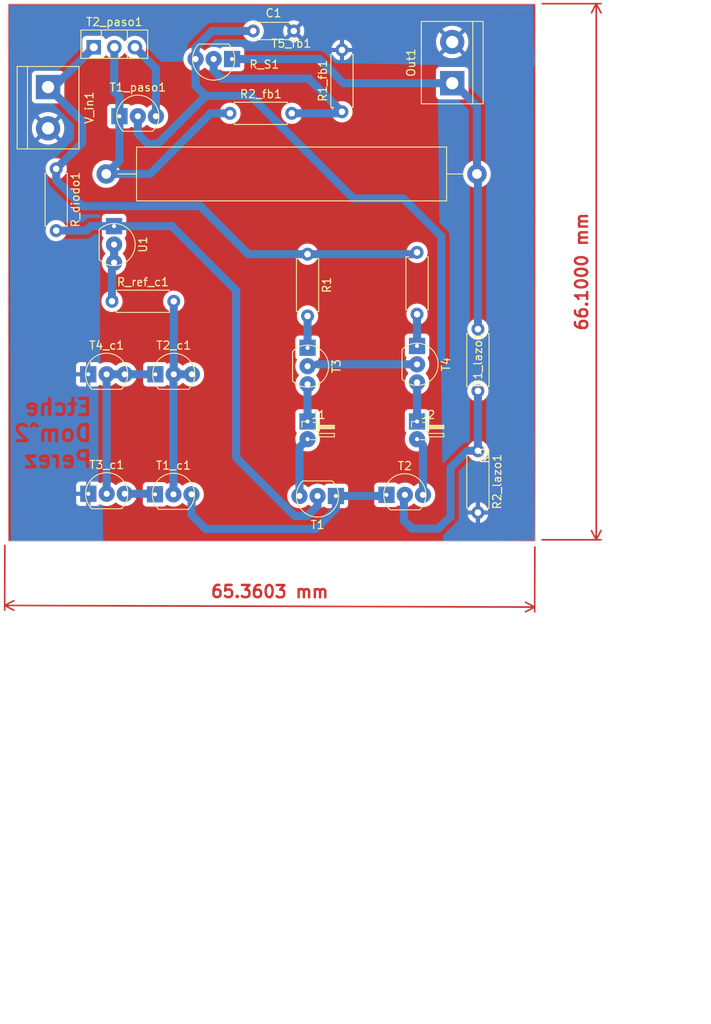
<source format=kicad_pcb>
(kicad_pcb (version 20240108) (generator "pcbnew") (generator_version "8.0")
  (layers (0 "F.Cu" signal) (31 "B.Cu" signal) (34 "B.Paste" user) (35 "F.Paste" user) (36 "B.SilkS" user "B.Silkscreen") (37 "F.SilkS" user "F.Silkscreen") (38 "B.Mask" user) (39 "F.Mask" user) (44 "Edge.Cuts" user))
  (net 0 "")
  (net 1 "GND")
  (net 2 "Net-(J2-Pin_1)")
  (net 3 "Net-(J1-Pin_2)")
  (net 4 "Net-(J1-Pin_1)")
  (net 5 "Net-(J2-Pin_2)")
  (net 6 "Net-(Out1-Pin_1)")
  (net 7 "Net-(T3-E)")
  (net 8 "Net-(T2_paso1-E)")
  (net 9 "Net-(T5_fb1-B)")
  (net 10 "Net-(T2-B)")
  (net 11 "Net-(T4-E)")
  (net 12 "Net-(T1_paso1-E)")
  (net 13 "Net-(R_ref_c1-Pad1)")
  (net 14 "Net-(T1_c1-B)")
  (net 15 "Net-(T1-B)")
  (net 16 "Net-(T1-E)")
  (net 17 "Net-(T1_c1-E)")
  (net 18 "Net-(T1_paso1-C)")
  (net 19 "Net-(T2_c1-E)")
  (footprint "Package_TO_SOT_THT:TO-92_Inline" (layer "F.Cu") (at 163.13 75.6 180)
    (property "Reference" "T5_fb1" (at -8.3 1.92 0) (layer "F.SilkS"))
    (property "Value" "2N3904")
    (fp_line (start -0.53 1.85) (end 3.07 1.85) (stroke (width 0.12)) (layer "F.SilkS"))
    (fp_arc (start 1.27 -2.6) (mid 3.672087 -0.994977) (end 3.108478 1.838478) (stroke (width 0.12)) (layer "F.SilkS"))
    (fp_arc (start -0.568478 1.838478) (mid -1.132087 -0.994977) (end 1.27 -2.6) (stroke (width 0.12)) (layer "F.SilkS"))
    (pad "1" thru_hole rect (at -1 0 180) (size 2 2) (drill 0.5) (layers "*.Cu" "*.Mask") (net 6 "Net-(Out1-Pin_1)"))
    (pad "2" thru_hole oval (at 1.27 0 180) (size 2 2) (drill 0.75) (layers "*.Cu" "*.Mask") (net 9 "Net-(T5_fb1-B)"))
    (pad "3" thru_hole oval (at 3.5 0 180) (size 2 2) (drill 0.75) (layers "*.Cu" "*.Mask") (net 2 "Net-(J2-Pin_1)"))
  )
  (footprint "Package_TO_SOT_THT:TO-92_Inline" (layer "F.Cu") (at 186.94 111.97 -90)
    (property "Reference" "T4" (at 1.27 -3.56 90) (layer "F.SilkS"))
    (property "Value" "2N3906")
    (fp_line (start -0.53 1.85) (end 3.07 1.85) (stroke (width 0.12)) (layer "F.SilkS"))
    (fp_arc (start -0.568478 1.838478) (mid -1.132087 -0.994977) (end 1.27 -2.6) (stroke (width 0.12)) (layer "F.SilkS"))
    (fp_arc (start 1.27 -2.6) (mid 3.672087 -0.994977) (end 3.108478 1.838478) (stroke (width 0.12)) (layer "F.SilkS"))
    (pad "1" thru_hole rect (at -1 0 270) (size 2 2) (drill 0.5) (layers "*.Cu" "*.Mask") (net 11 "Net-(T4-E)"))
    (pad "2" thru_hole oval (at 1.27 0 270) (size 2 2) (drill 0.75) (layers "*.Cu" "*.Mask") (net 4 "Net-(J1-Pin_1)"))
    (pad "3" thru_hole oval (at 3.5 0 270) (size 2 2) (drill 0.75) (layers "*.Cu" "*.Mask") (net 2 "Net-(J2-Pin_1)"))
  )
  (footprint "TerminalBlock:TerminalBlock_bornier-2_P5.08mm" (layer "F.Cu") (at 191.28 78.58 90)
    (property "Reference" "Out1" (at 2.54 -5.08 90) (layer "F.SilkS"))
    (property "Value" "Conn_01x02_Female")
    (fp_line (start 7.62 -3.81) (end -2.54 -3.81) (stroke (width 0.12)) (layer "F.SilkS"))
    (fp_line (start -2.54 -3.81) (end -2.54 3.81) (stroke (width 0.12)) (layer "F.SilkS"))
    (fp_line (start 7.62 2.54) (end -2.54 2.54) (stroke (width 0.12)) (layer "F.SilkS"))
    (fp_line (start 7.62 3.81) (end 7.62 -3.81) (stroke (width 0.12)) (layer "F.SilkS"))
    (fp_line (start -2.54 3.81) (end 7.62 3.81) (stroke (width 0.12)) (layer "F.SilkS"))
    (pad "1" thru_hole rect (at 0 0 90) (size 3 3) (drill 1.52) (layers "*.Cu" "*.Mask") (net 6 "Net-(Out1-Pin_1)"))
    (pad "2" thru_hole circle (at 5.08 0 90) (size 3 3) (drill 1.52) (layers "*.Cu" "*.Mask") (net 1 "GND"))
  )
  (footprint "Resistor_THT:R_Axial_Power_L38.0mm_W6.4mm_P45.72mm" (layer "F.Cu") (at 148.61 89.77)
    (property "Reference" "R_S1" (at 19.5 -13.5 0) (layer "F.SilkS"))
    (property "Value" "2")
    (fp_line (start 1.44 0) (end 3.74 0) (stroke (width 0.12)) (layer "F.SilkS"))
    (fp_line (start 3.74 -3.32) (end 3.74 3.32) (stroke (width 0.12)) (layer "F.SilkS"))
    (fp_line (start 3.74 3.32) (end 41.98 3.32) (stroke (width 0.12)) (layer "F.SilkS"))
    (fp_line (start 41.98 -3.32) (end 3.74 -3.32) (stroke (width 0.12)) (layer "F.SilkS"))
    (fp_line (start 41.98 3.32) (end 41.98 -3.32) (stroke (width 0.12)) (layer "F.SilkS"))
    (fp_line (start 44.28 0) (end 41.98 0) (stroke (width 0.12)) (layer "F.SilkS"))
    (pad "1" thru_hole circle (at 0 0) (size 2.4 2.4) (drill 1.2) (layers "*.Cu" "*.Mask") (net 12 "Net-(T1_paso1-E)"))
    (pad "2" thru_hole oval (at 45.72 0) (size 2.4 2.4) (drill 1.2) (layers "*.Cu" "*.Mask") (net 6 "Net-(Out1-Pin_1)"))
  )
  (footprint "Capacitor_THT:C_Disc_D4.3mm_W1.9mm_P5.00mm" (layer "F.Cu") (at 166.74 72.14)
    (property "Reference" "C1" (at 2.5 -2.2 0) (layer "F.SilkS"))
    (property "Value" "68n")
    (fp_line (start 0.23 -1.07) (end 0.23 -1.055) (stroke (width 0.12)) (layer "F.SilkS"))
    (fp_line (start 0.23 -1.07) (end 4.77 -1.07) (stroke (width 0.12)) (layer "F.SilkS"))
    (fp_line (start 0.23 1.055) (end 0.23 1.07) (stroke (width 0.12)) (layer "F.SilkS"))
    (fp_line (start 0.23 1.07) (end 4.77 1.07) (stroke (width 0.12)) (layer "F.SilkS"))
    (fp_line (start 4.77 -1.07) (end 4.77 -1.055) (stroke (width 0.12)) (layer "F.SilkS"))
    (fp_line (start 4.77 1.055) (end 4.77 1.07) (stroke (width 0.12)) (layer "F.SilkS"))
    (pad "1" thru_hole circle (at 0 0) (size 1.6 1.6) (drill 0.8) (layers "*.Cu" "*.Mask") (net 2 "Net-(J2-Pin_1)"))
    (pad "2" thru_hole circle (at 5 0) (size 1.6 1.6) (drill 0.8) (layers "*.Cu" "*.Mask") (net 1 "GND"))
  )
  (footprint "Package_TO_SOT_THT:TO-92_Inline" (layer "F.Cu") (at 155.63 129.27)
    (property "Reference" "T1_c1" (at 1.27 -3.56 0) (layer "F.SilkS"))
    (property "Value" "2N3904")
    (fp_line (start -0.53 1.85) (end 3.07 1.85) (stroke (width 0.12)) (layer "F.SilkS"))
    (fp_arc (start -0.568478 1.838478) (mid -1.132087 -0.994977) (end 1.27 -2.6) (stroke (width 0.12)) (layer "F.SilkS"))
    (fp_arc (start 1.27 -2.6) (mid 3.672087 -0.994977) (end 3.108478 1.838478) (stroke (width 0.12)) (layer "F.SilkS"))
    (pad "1" thru_hole rect (at -1 0) (size 2 2) (drill 0.5) (layers "*.Cu" "*.Mask") (net 17 "Net-(T1_c1-E)"))
    (pad "2" thru_hole oval (at 1.27 0) (size 2 2) (drill 0.75) (layers "*.Cu" "*.Mask") (net 14 "Net-(T1_c1-B)"))
    (pad "3" thru_hole oval (at 3.5 0) (size 2 2) (drill 0.75) (layers "*.Cu" "*.Mask") (net 16 "Net-(T1-E)"))
  )
  (footprint "Resistor_THT:R_Axial_DIN0207_L6.3mm_D2.5mm_P7.62mm_Horizontal" (layer "F.Cu") (at 177.68 82.1 90)
    (property "Reference" "R1_fb1" (at 3.81 -2.37 90) (layer "F.SilkS"))
    (property "Value" "2.32K")
    (fp_line (start 7.08 -1.37) (end 7.08 -1.04) (stroke (width 0.12)) (layer "F.SilkS"))
    (fp_line (start 0.54 -1.37) (end 7.08 -1.37) (stroke (width 0.12)) (layer "F.SilkS"))
    (fp_line (start 0.54 -1.04) (end 0.54 -1.37) (stroke (width 0.12)) (layer "F.SilkS"))
    (fp_line (start 0.54 1.04) (end 0.54 1.37) (stroke (width 0.12)) (layer "F.SilkS"))
    (fp_line (start 7.08 1.37) (end 7.08 1.04) (stroke (width 0.12)) (layer "F.SilkS"))
    (fp_line (start 0.54 1.37) (end 7.08 1.37) (stroke (width 0.12)) (layer "F.SilkS"))
    (pad "1" thru_hole circle (at 0 0 90) (size 1.6 1.6) (drill 0.8) (layers "*.Cu" "*.Mask") (net 9 "Net-(T5_fb1-B)"))
    (pad "2" thru_hole oval (at 7.62 0 90) (size 1.6 1.6) (drill 0.8) (layers "*.Cu" "*.Mask") (net 1 "GND"))
  )
  (footprint "Package_TO_SOT_THT:TO-126-3_Vertical" (layer "F.Cu") (at 147.07 74.145)
    (property "Reference" "T2_paso1" (at 2.54 -3.12 0) (layer "F.SilkS"))
    (property "Value" "TIP32C")
    (fp_line (start -1.58 -2.12) (end -1.58 1.37) (stroke (width 0.12)) (layer "F.SilkS"))
    (fp_line (start -1.58 -2.12) (end 6.66 -2.12) (stroke (width 0.12)) (layer "F.SilkS"))
    (fp_line (start -1.58 1.37) (end 6.66 1.37) (stroke (width 0.12)) (layer "F.SilkS"))
    (fp_line (start 0.94 -2.12) (end 0.94 -1.05) (stroke (width 0.12)) (layer "F.SilkS"))
    (fp_line (start 0.94 1.05) (end 0.94 1.37) (stroke (width 0.12)) (layer "F.SilkS"))
    (fp_line (start 4.141 -2.12) (end 4.141 -0.54) (stroke (width 0.12)) (layer "F.SilkS"))
    (fp_line (start 4.141 0.54) (end 4.141 1.37) (stroke (width 0.12)) (layer "F.SilkS"))
    (fp_line (start 6.66 -2.12) (end 6.66 1.37) (stroke (width 0.12)) (layer "F.SilkS"))
    (pad "1" thru_hole rect (at 0 0) (size 1.8 1.8) (drill 1) (layers "*.Cu" "*.Mask") (net 8 "Net-(T2_paso1-E)"))
    (pad "2" thru_hole oval (at 2.54 0) (size 1.8 1.8) (drill 1) (layers "*.Cu" "*.Mask") (net 12 "Net-(T1_paso1-E)"))
    (pad "3" thru_hole oval (at 5.08 0) (size 1.8 1.8) (drill 1) (layers "*.Cu" "*.Mask") (net 18 "Net-(T1_paso1-C)"))
  )
  (footprint "Resistor_THT:R_Axial_DIN0207_L6.3mm_D2.5mm_P7.62mm_Horizontal" (layer "F.Cu") (at 194.45 108.9 -90)
    (property "Reference" "R1_lazo1" (at 3.81 0 90) (layer "F.SilkS"))
    (property "Value" "100K")
    (fp_line (start 0.54 1.37) (end 7.08 1.37) (stroke (width 0.12)) (layer "F.SilkS"))
    (fp_line (start 7.08 1.37) (end 7.08 1.04) (stroke (width 0.12)) (layer "F.SilkS"))
    (fp_line (start 0.54 1.04) (end 0.54 1.37) (stroke (width 0.12)) (layer "F.SilkS"))
    (fp_line (start 0.54 -1.04) (end 0.54 -1.37) (stroke (width 0.12)) (layer "F.SilkS"))
    (fp_line (start 0.54 -1.37) (end 7.08 -1.37) (stroke (width 0.12)) (layer "F.SilkS"))
    (fp_line (start 7.08 -1.37) (end 7.08 -1.04) (stroke (width 0.12)) (layer "F.SilkS"))
    (pad "1" thru_hole circle (at 0 0 270) (size 1.6 1.6) (drill 0.8) (layers "*.Cu" "*.Mask") (net 6 "Net-(Out1-Pin_1)"))
    (pad "2" thru_hole oval (at 7.62 0 270) (size 1.6 1.6) (drill 0.8) (layers "*.Cu" "*.Mask") (net 10 "Net-(T2-B)"))
  )
  (footprint "Package_TO_SOT_THT:TO-92_Inline" (layer "F.Cu") (at 173.44 112.2 -90)
    (property "Reference" "T3" (at 1.27 -3.56 90) (layer "F.SilkS"))
    (property "Value" "2N3906")
    (fp_line (start -0.53 1.85) (end 3.07 1.85) (stroke (width 0.12)) (layer "F.SilkS"))
    (fp_arc (start -0.568478 1.838478) (mid -1.132087 -0.994977) (end 1.27 -2.6) (stroke (width 0.12)) (layer "F.SilkS"))
    (fp_arc (start 1.27 -2.6) (mid 3.672087 -0.994977) (end 3.108478 1.838478) (stroke (width 0.12)) (layer "F.SilkS"))
    (pad "1" thru_hole rect (at -1 0 270) (size 2 2) (drill 0.5) (layers "*.Cu" "*.Mask") (net 7 "Net-(T3-E)"))
    (pad "2" thru_hole oval (at 1.27 0 270) (size 2 2) (drill 0.75) (layers "*.Cu" "*.Mask") (net 4 "Net-(J1-Pin_1)"))
    (pad "3" thru_hole oval (at 3.5 0 270) (size 2 2) (drill 0.75) (layers "*.Cu" "*.Mask") (net 4 "Net-(J1-Pin_1)"))
  )
  (footprint "Resistor_THT:R_Axial_DIN0207_L6.3mm_D2.5mm_P7.62mm_Horizontal" (layer "F.Cu") (at 173.44 99.66 -90)
    (property "Reference" "R1" (at 3.81 -2.37 90) (layer "F.SilkS"))
    (property "Value" "2.2K")
    (fp_line (start 0.54 1.37) (end 7.08 1.37) (stroke (width 0.12)) (layer "F.SilkS"))
    (fp_line (start 7.08 1.37) (end 7.08 1.04) (stroke (width 0.12)) (layer "F.SilkS"))
    (fp_line (start 0.54 1.04) (end 0.54 1.37) (stroke (width 0.12)) (layer "F.SilkS"))
    (fp_line (start 0.54 -1.04) (end 0.54 -1.37) (stroke (width 0.12)) (layer "F.SilkS"))
    (fp_line (start 0.54 -1.37) (end 7.08 -1.37) (stroke (width 0.12)) (layer "F.SilkS"))
    (fp_line (start 7.08 -1.37) (end 7.08 -1.04) (stroke (width 0.12)) (layer "F.SilkS"))
    (pad "1" thru_hole circle (at 0 0 270) (size 1.6 1.6) (drill 0.8) (layers "*.Cu" "*.Mask") (net 8 "Net-(T2_paso1-E)"))
    (pad "2" thru_hole oval (at 7.62 0 270) (size 1.6 1.6) (drill 0.8) (layers "*.Cu" "*.Mask") (net 7 "Net-(T3-E)"))
  )
  (footprint "Connector_PinHeader_1.00mm:PinHeader_1x02_P1.00mm_Horizontal" (layer "F.Cu") (at 173.44 120.97)
    (property "Reference" "J1" (at 1.375 -1.5 0) (layer "F.SilkS"))
    (property "Value" "Conn_01x02_Male")
    (fp_line (start -0.685 -0.685) (end 0 -0.685) (stroke (width 0.12)) (layer "F.SilkS"))
    (fp_line (start -0.685 0) (end -0.685 -0.685) (stroke (width 0.12)) (layer "F.SilkS"))
    (fp_line (start 0.685 -0.56) (end 1.31 -0.56) (stroke (width 0.12)) (layer "F.SilkS"))
    (fp_line (start 0.685 0.5) (end 1.31 0.5) (stroke (width 0.12)) (layer "F.SilkS"))
    (fp_line (start 1.31 -0.56) (end 1.31 1.56) (stroke (width 0.12)) (layer "F.SilkS"))
    (fp_line (start 1.31 -0.21) (end 3.31 -0.21) (stroke (width 0.12)) (layer "F.SilkS"))
    (fp_line (start 1.31 -0.15) (end 3.31 -0.15) (stroke (width 0.12)) (layer "F.SilkS"))
    (fp_line (start 1.31 -0.03) (end 3.31 -0.03) (stroke (width 0.12)) (layer "F.SilkS"))
    (fp_line (start 1.31 0.09) (end 3.31 0.09) (stroke (width 0.12)) (layer "F.SilkS"))
    (fp_line (start 1.31 0.79) (end 3.31 0.79) (stroke (width 0.12)) (layer "F.SilkS"))
    (fp_line (start 1.31 1.56) (end 0.394493 1.56) (stroke (width 0.12)) (layer "F.SilkS"))
    (fp_line (start 3.31 -0.21) (end 3.31 0.21) (stroke (width 0.12)) (layer "F.SilkS"))
    (fp_line (start 3.31 0.21) (end 1.31 0.21) (stroke (width 0.12)) (layer "F.SilkS"))
    (fp_line (start 3.31 0.79) (end 3.31 1.21) (stroke (width 0.12)) (layer "F.SilkS"))
    (fp_line (start 3.31 1.21) (end 1.31 1.21) (stroke (width 0.12)) (layer "F.SilkS"))
    (pad "1" thru_hole rect (at 0 -0.685) (size 2 2) (drill 0.5) (layers "*.Cu" "*.Mask") (net 4 "Net-(J1-Pin_1)"))
    (pad "2" thru_hole oval (at 0 1.5) (size 2 2) (drill 0.5) (layers "*.Cu" "*.Mask") (net 3 "Net-(J1-Pin_2)"))
  )
  (footprint "Connector_PinHeader_1.00mm:PinHeader_1x02_P1.00mm_Horizontal" (layer "F.Cu") (at 186.94 120.97)
    (property "Reference" "J2" (at 1.375 -1.5 0) (layer "F.SilkS"))
    (property "Value" "Conn_01x02_Male")
    (fp_line (start -0.685 -0.685) (end 0 -0.685) (stroke (width 0.12)) (layer "F.SilkS"))
    (fp_line (start -0.685 0) (end -0.685 -0.685) (stroke (width 0.12)) (layer "F.SilkS"))
    (fp_line (start 0.685 -0.56) (end 1.31 -0.56) (stroke (width 0.12)) (layer "F.SilkS"))
    (fp_line (start 0.685 0.5) (end 1.31 0.5) (stroke (width 0.12)) (layer "F.SilkS"))
    (fp_line (start 1.31 -0.56) (end 1.31 1.56) (stroke (width 0.12)) (layer "F.SilkS"))
    (fp_line (start 1.31 -0.21) (end 3.31 -0.21) (stroke (width 0.12)) (layer "F.SilkS"))
    (fp_line (start 1.31 -0.15) (end 3.31 -0.15) (stroke (width 0.12)) (layer "F.SilkS"))
    (fp_line (start 1.31 -0.03) (end 3.31 -0.03) (stroke (width 0.12)) (layer "F.SilkS"))
    (fp_line (start 1.31 0.09) (end 3.31 0.09) (stroke (width 0.12)) (layer "F.SilkS"))
    (fp_line (start 1.31 0.79) (end 3.31 0.79) (stroke (width 0.12)) (layer "F.SilkS"))
    (fp_line (start 1.31 1.56) (end 0.394493 1.56) (stroke (width 0.12)) (layer "F.SilkS"))
    (fp_line (start 3.31 -0.21) (end 3.31 0.21) (stroke (width 0.12)) (layer "F.SilkS"))
    (fp_line (start 3.31 0.21) (end 1.31 0.21) (stroke (width 0.12)) (layer "F.SilkS"))
    (fp_line (start 3.31 0.79) (end 3.31 1.21) (stroke (width 0.12)) (layer "F.SilkS"))
    (fp_line (start 3.31 1.21) (end 1.31 1.21) (stroke (width 0.12)) (layer "F.SilkS"))
    (pad "1" thru_hole rect (at 0 -0.685) (size 2 2) (drill 0.5) (layers "*.Cu" "*.Mask") (net 2 "Net-(J2-Pin_1)"))
    (pad "2" thru_hole oval (at 0 1.5) (size 2 2) (drill 0.5) (layers "*.Cu" "*.Mask") (net 5 "Net-(J2-Pin_2)"))
  )
  (footprint "Resistor_THT:R_Axial_DIN0207_L6.3mm_D2.5mm_P7.62mm_Horizontal" (layer "F.Cu") (at 186.94 99.44 -90)
    (property "Reference" "R2" (at 25.05 -8.38 90) (layer "F.SilkS"))
    (property "Value" "2.2K")
    (fp_line (start 0.54 1.37) (end 7.08 1.37) (stroke (width 0.12)) (layer "F.SilkS"))
    (fp_line (start 7.08 1.37) (end 7.08 1.04) (stroke (width 0.12)) (layer "F.SilkS"))
    (fp_line (start 0.54 1.04) (end 0.54 1.37) (stroke (width 0.12)) (layer "F.SilkS"))
    (fp_line (start 0.54 -1.04) (end 0.54 -1.37) (stroke (width 0.12)) (layer "F.SilkS"))
    (fp_line (start 0.54 -1.37) (end 7.08 -1.37) (stroke (width 0.12)) (layer "F.SilkS"))
    (fp_line (start 7.08 -1.37) (end 7.08 -1.04) (stroke (width 0.12)) (layer "F.SilkS"))
    (pad "1" thru_hole circle (at 0 0 270) (size 1.6 1.6) (drill 0.8) (layers "*.Cu" "*.Mask") (net 8 "Net-(T2_paso1-E)"))
    (pad "2" thru_hole oval (at 7.62 0 270) (size 1.6 1.6) (drill 0.8) (layers "*.Cu" "*.Mask") (net 11 "Net-(T4-E)"))
  )
  (footprint "Package_TO_SOT_THT:TO-92_Inline" (layer "F.Cu") (at 184.17 129.33)
    (property "Reference" "T2" (at 1.27 -3.56 0) (layer "F.SilkS"))
    (property "Value" "2N3904")
    (fp_line (start -0.53 1.85) (end 3.07 1.85) (stroke (width 0.12)) (layer "F.SilkS"))
    (fp_arc (start -0.568478 1.838478) (mid -1.132087 -0.994977) (end 1.27 -2.6) (stroke (width 0.12)) (layer "F.SilkS"))
    (fp_arc (start 1.27 -2.6) (mid 3.672087 -0.994977) (end 3.108478 1.838478) (stroke (width 0.12)) (layer "F.SilkS"))
    (pad "1" thru_hole rect (at -1 0) (size 2 2) (drill 0.5) (layers "*.Cu" "*.Mask") (net 16 "Net-(T1-E)"))
    (pad "2" thru_hole oval (at 1.27 0) (size 2 2) (drill 0.75) (layers "*.Cu" "*.Mask") (net 10 "Net-(T2-B)"))
    (pad "3" thru_hole oval (at 3.5 0) (size 2 2) (drill 0.75) (layers "*.Cu" "*.Mask") (net 5 "Net-(J2-Pin_2)"))
  )
  (footprint "Package_TO_SOT_THT:TO-92_Inline" (layer "F.Cu") (at 147.4 129.2)
    (property "Reference" "T3_c1" (at 1.27 -3.56 0) (layer "F.SilkS"))
    (property "Value" "2N3904")
    (fp_line (start -0.53 1.85) (end 3.07 1.85) (stroke (width 0.12)) (layer "F.SilkS"))
    (fp_arc (start -0.568478 1.838478) (mid -1.132087 -0.994977) (end 1.27 -2.6) (stroke (width 0.12)) (layer "F.SilkS"))
    (fp_arc (start 1.27 -2.6) (mid 3.672087 -0.994977) (end 3.108478 1.838478) (stroke (width 0.12)) (layer "F.SilkS"))
    (pad "1" thru_hole rect (at -1 0) (size 2 2) (drill 0.5) (layers "*.Cu" "*.Mask") (net 1 "GND"))
    (pad "2" thru_hole oval (at 1.27 0) (size 2 2) (drill 0.75) (layers "*.Cu" "*.Mask") (net 19 "Net-(T2_c1-E)"))
    (pad "3" thru_hole oval (at 3.5 0) (size 2 2) (drill 0.75) (layers "*.Cu" "*.Mask") (net 17 "Net-(T1_c1-E)"))
  )
  (footprint "Resistor_THT:R_Axial_DIN0207_L6.3mm_D2.5mm_P7.62mm_Horizontal" (layer "F.Cu") (at 149.32 105.47)
    (property "Reference" "R_ref_c1" (at 3.81 -2.37 0) (layer "F.SilkS"))
    (property "Value" "3K")
    (fp_line (start 0.54 -1.37) (end 7.08 -1.37) (stroke (width 0.12)) (layer "F.SilkS"))
    (fp_line (start 0.54 -1.04) (end 0.54 -1.37) (stroke (width 0.12)) (layer "F.SilkS"))
    (fp_line (start 0.54 1.04) (end 0.54 1.37) (stroke (width 0.12)) (layer "F.SilkS"))
    (fp_line (start 0.54 1.37) (end 7.08 1.37) (stroke (width 0.12)) (layer "F.SilkS"))
    (fp_line (start 7.08 -1.37) (end 7.08 -1.04) (stroke (width 0.12)) (layer "F.SilkS"))
    (fp_line (start 7.08 1.37) (end 7.08 1.04) (stroke (width 0.12)) (layer "F.SilkS"))
    (pad "1" thru_hole circle (at 0 0) (size 1.6 1.6) (drill 0.8) (layers "*.Cu" "*.Mask") (net 13 "Net-(R_ref_c1-Pad1)"))
    (pad "2" thru_hole oval (at 7.62 0) (size 1.6 1.6) (drill 0.8) (layers "*.Cu" "*.Mask") (net 14 "Net-(T1_c1-B)"))
  )
  (footprint "Resistor_THT:R_Axial_DIN0207_L6.3mm_D2.5mm_P7.62mm_Horizontal" (layer "F.Cu") (at 142.44 89.13 -90)
    (property "Reference" "R_diodo1" (at 3.81 -2.37 90) (layer "F.SilkS"))
    (property "Value" "2.3K")
    (fp_line (start 0.54 1.37) (end 7.08 1.37) (stroke (width 0.12)) (layer "F.SilkS"))
    (fp_line (start 7.08 1.37) (end 7.08 1.04) (stroke (width 0.12)) (layer "F.SilkS"))
    (fp_line (start 0.54 1.04) (end 0.54 1.37) (stroke (width 0.12)) (layer "F.SilkS"))
    (fp_line (start 0.54 -1.04) (end 0.54 -1.37) (stroke (width 0.12)) (layer "F.SilkS"))
    (fp_line (start 0.54 -1.37) (end 7.08 -1.37) (stroke (width 0.12)) (layer "F.SilkS"))
    (fp_line (start 7.08 -1.37) (end 7.08 -1.04) (stroke (width 0.12)) (layer "F.SilkS"))
    (pad "1" thru_hole circle (at 0 0 270) (size 1.6 1.6) (drill 0.8) (layers "*.Cu" "*.Mask") (net 8 "Net-(T2_paso1-E)"))
    (pad "2" thru_hole oval (at 7.62 0 270) (size 1.6 1.6) (drill 0.8) (layers "*.Cu" "*.Mask") (net 15 "Net-(T1-B)"))
  )
  (footprint "Package_TO_SOT_THT:TO-92_Inline" (layer "F.Cu") (at 175.94 129.47 180)
    (property "Reference" "T1" (at 1.27 -3.56 0) (layer "F.SilkS"))
    (property "Value" "2N3904")
    (fp_line (start -0.53 1.85) (end 3.07 1.85) (stroke (width 0.12)) (layer "F.SilkS"))
    (fp_arc (start 1.27 -2.6) (mid 3.672087 -0.994977) (end 3.108478 1.838478) (stroke (width 0.12)) (layer "F.SilkS"))
    (fp_arc (start -0.568478 1.838478) (mid -1.132087 -0.994977) (end 1.27 -2.6) (stroke (width 0.12)) (layer "F.SilkS"))
    (pad "1" thru_hole rect (at -1 0 180) (size 2 2) (drill 0.5) (layers "*.Cu" "*.Mask") (net 16 "Net-(T1-E)"))
    (pad "2" thru_hole oval (at 1.27 0 180) (size 2 2) (drill 0.75) (layers "*.Cu" "*.Mask") (net 15 "Net-(T1-B)"))
    (pad "3" thru_hole oval (at 3.5 0 180) (size 2 2) (drill 0.75) (layers "*.Cu" "*.Mask") (net 3 "Net-(J1-Pin_2)"))
  )
  (footprint "Package_TO_SOT_THT:TO-92_Inline" (layer "F.Cu") (at 147.39 114.47)
    (property "Reference" "T4_c1" (at 1.27 -3.56 0) (layer "F.SilkS"))
    (property "Value" "2N3904")
    (fp_line (start -0.53 1.85) (end 3.07 1.85) (stroke (width 0.12)) (layer "F.SilkS"))
    (fp_arc (start -0.568478 1.838478) (mid -1.132087 -0.994977) (end 1.27 -2.6) (stroke (width 0.12)) (layer "F.SilkS"))
    (fp_arc (start 1.27 -2.6) (mid 3.672087 -0.994977) (end 3.108478 1.838478) (stroke (width 0.12)) (layer "F.SilkS"))
    (pad "1" thru_hole rect (at -1 0) (size 2 2) (drill 0.5) (layers "*.Cu" "*.Mask") (net 1 "GND"))
    (pad "2" thru_hole oval (at 1.27 0) (size 2 2) (drill 0.75) (layers "*.Cu" "*.Mask") (net 19 "Net-(T2_c1-E)"))
    (pad "3" thru_hole oval (at 3.5 0) (size 2 2) (drill 0.75) (layers "*.Cu" "*.Mask") (net 19 "Net-(T2_c1-E)"))
  )
  (footprint "Resistor_THT:R_Axial_DIN0207_L6.3mm_D2.5mm_P7.62mm_Horizontal" (layer "F.Cu") (at 194.45 123.9 -90)
    (property "Reference" "R2_lazo1" (at 3.81 -2.37 90) (layer "F.SilkS"))
    (property "Value" "100K")
    (fp_line (start 0.54 1.37) (end 7.08 1.37) (stroke (width 0.12)) (layer "F.SilkS"))
    (fp_line (start 7.08 1.37) (end 7.08 1.04) (stroke (width 0.12)) (layer "F.SilkS"))
    (fp_line (start 0.54 1.04) (end 0.54 1.37) (stroke (width 0.12)) (layer "F.SilkS"))
    (fp_line (start 0.54 -1.04) (end 0.54 -1.37) (stroke (width 0.12)) (layer "F.SilkS"))
    (fp_line (start 0.54 -1.37) (end 7.08 -1.37) (stroke (width 0.12)) (layer "F.SilkS"))
    (fp_line (start 7.08 -1.37) (end 7.08 -1.04) (stroke (width 0.12)) (layer "F.SilkS"))
    (pad "1" thru_hole circle (at 0 0 270) (size 1.6 1.6) (drill 0.8) (layers "*.Cu" "*.Mask") (net 10 "Net-(T2-B)"))
    (pad "2" thru_hole oval (at 7.62 0 270) (size 1.6 1.6) (drill 0.8) (layers "*.Cu" "*.Mask") (net 1 "GND"))
  )
  (footprint "TerminalBlock:TerminalBlock_bornier-2_P5.08mm" (layer "F.Cu") (at 141.44 79.06 -90)
    (property "Reference" "V_in1" (at 2.54 -5.08 90) (layer "F.SilkS"))
    (property "Value" "9.5")
    (fp_line (start -2.54 3.81) (end 7.62 3.81) (stroke (width 0.12)) (layer "F.SilkS"))
    (fp_line (start 7.62 3.81) (end 7.62 -3.81) (stroke (width 0.12)) (layer "F.SilkS"))
    (fp_line (start 7.62 2.54) (end -2.54 2.54) (stroke (width 0.12)) (layer "F.SilkS"))
    (fp_line (start -2.54 -3.81) (end -2.54 3.81) (stroke (width 0.12)) (layer "F.SilkS"))
    (fp_line (start 7.62 -3.81) (end -2.54 -3.81) (stroke (width 0.12)) (layer "F.SilkS"))
    (pad "1" thru_hole rect (at 0 0 270) (size 3 3) (drill 1.52) (layers "*.Cu" "*.Mask") (net 8 "Net-(T2_paso1-E)"))
    (pad "2" thru_hole circle (at 5.08 0 270) (size 3 3) (drill 1.52) (layers "*.Cu" "*.Mask") (net 1 "GND"))
  )
  (footprint "Package_TO_SOT_THT:TO-92_Inline" (layer "F.Cu") (at 151.24 82.65)
    (property "Reference" "T1_paso1" (at 1.27 -3.56 0) (layer "F.SilkS"))
    (property "Value" "2N3904")
    (fp_line (start -0.53 1.85) (end 3.07 1.85) (stroke (width 0.12)) (layer "F.SilkS"))
    (fp_arc (start -0.568478 1.838478) (mid -1.132087 -0.994977) (end 1.27 -2.6) (stroke (width 0.12)) (layer "F.SilkS"))
    (fp_arc (start 1.27 -2.6) (mid 3.672087 -0.994977) (end 3.108478 1.838478) (stroke (width 0.12)) (layer "F.SilkS"))
    (pad "1" thru_hole rect (at -1 0) (size 2 2) (drill 0.5) (layers "*.Cu" "*.Mask") (net 12 "Net-(T1_paso1-E)"))
    (pad "2" thru_hole oval (at 1.27 0) (size 2 2) (drill 0.75) (layers "*.Cu" "*.Mask") (net 2 "Net-(J2-Pin_1)"))
    (pad "3" thru_hole oval (at 3.5 0) (size 2 2) (drill 0.75) (layers "*.Cu" "*.Mask") (net 18 "Net-(T1_paso1-C)"))
  )
  (footprint "Resistor_THT:R_Axial_DIN0207_L6.3mm_D2.5mm_P7.62mm_Horizontal" (layer "F.Cu") (at 163.87 82.29)
    (property "Reference" "R2_fb1" (at 3.81 -2.37 0) (layer "F.SilkS"))
    (property "Value" "1K")
    (fp_line (start 0.54 -1.37) (end 7.08 -1.37) (stroke (width 0.12)) (layer "F.SilkS"))
    (fp_line (start 0.54 -1.04) (end 0.54 -1.37) (stroke (width 0.12)) (layer "F.SilkS"))
    (fp_line (start 0.54 1.04) (end 0.54 1.37) (stroke (width 0.12)) (layer "F.SilkS"))
    (fp_line (start 0.54 1.37) (end 7.08 1.37) (stroke (width 0.12)) (layer "F.SilkS"))
    (fp_line (start 7.08 -1.37) (end 7.08 -1.04) (stroke (width 0.12)) (layer "F.SilkS"))
    (fp_line (start 7.08 1.37) (end 7.08 1.04) (stroke (width 0.12)) (layer "F.SilkS"))
    (pad "1" thru_hole circle (at 0 0) (size 1.6 1.6) (drill 0.8) (layers "*.Cu" "*.Mask") (net 12 "Net-(T1_paso1-E)"))
    (pad "2" thru_hole oval (at 7.62 0) (size 1.6 1.6) (drill 0.8) (layers "*.Cu" "*.Mask") (net 9 "Net-(T5_fb1-B)"))
  )
  (footprint "Package_TO_SOT_THT:TO-92_Inline" (layer "F.Cu") (at 155.67 114.47)
    (property "Reference" "T2_c1" (at 1.27 -3.56 0) (layer "F.SilkS"))
    (property "Value" "2N3904")
    (fp_line (start -0.53 1.85) (end 3.07 1.85) (stroke (width 0.12)) (layer "F.SilkS"))
    (fp_arc (start -0.568478 1.838478) (mid -1.132087 -0.994977) (end 1.27 -2.6) (stroke (width 0.12)) (layer "F.SilkS"))
    (fp_arc (start 1.27 -2.6) (mid 3.672087 -0.994977) (end 3.108478 1.838478) (stroke (width 0.12)) (layer "F.SilkS"))
    (pad "1" thru_hole rect (at -1 0) (size 2 2) (drill 0.5) (layers "*.Cu" "*.Mask") (net 19 "Net-(T2_c1-E)"))
    (pad "2" thru_hole oval (at 1.27 0) (size 2 2) (drill 0.75) (layers "*.Cu" "*.Mask") (net 14 "Net-(T1_c1-B)"))
    (pad "3" thru_hole oval (at 3.5 0) (size 2 2) (drill 0.75) (layers "*.Cu" "*.Mask") (net 14 "Net-(T1_c1-B)"))
  )
  (footprint "Package_TO_SOT_THT:TO-92_Inline" (layer "F.Cu") (at 149.58 97.2 -90)
    (property "Reference" "U1" (at 1.27 -3.56 90) (layer "F.SilkS"))
    (property "Value" "TL431D")
    (fp_line (start -0.53 1.85) (end 3.07 1.85) (stroke (width 0.12)) (layer "F.SilkS"))
    (fp_arc (start -0.568478 1.838478) (mid -1.132087 -0.994977) (end 1.27 -2.6) (stroke (width 0.12)) (layer "F.SilkS"))
    (fp_arc (start 1.27 -2.6) (mid 3.672087 -0.994977) (end 3.108478 1.838478) (stroke (width 0.12)) (layer "F.SilkS"))
    (pad "1" thru_hole rect (at -1 0 270) (size 2 2) (drill 0.5) (layers "*.Cu" "*.Mask") (net 15 "Net-(T1-B)"))
    (pad "2" thru_hole oval (at 1.27 0 270) (size 2 2) (drill 0.75) (layers "*.Cu" "*.Mask") (net 13 "Net-(R_ref_c1-Pad1)"))
    (pad "3" thru_hole oval (at 3.5 0 270) (size 2 2) (drill 0.75) (layers "*.Cu" "*.Mask") (net 13 "Net-(R_ref_c1-Pad1)"))
  )
  (gr_rect (start 136.51 68.79) (end 201.55 135.06) (stroke (width 0.1)) (fill none) (layer "Edge.Cuts"))
  (gr_text "Etche\nDom^2\nPerez" (at 147.04 126.14 0) (layer "B.Cu" knockout) (effects (font (size 2 2) (thickness 0.4) (bold yes)) (justify left bottom mirror)))
  (dimension (type aligned) (layer "F.Cu") (pts (xy 136.11 135.07) (xy 201.47 135.27)) (height 7.899259) (gr_text "65.3603 mm" (at 168.771337 141.26923 359.8246769) (layer "F.Cu") (effects (font (size 1.5 1.5) (thickness 0.3)))) (format (prefix "") (suffix "") (units 3) (units_format 1) (precision 4)) (style (thickness 0.2) (arrow_length 1.27) (text_position_mode 0) (extension_height 0.58642) (extension_offset 0.5) keep_text_aligned))
  (dimension (type aligned) (layer "F.Cu") (pts (xy 201.87 68.77) (xy 201.87 134.87)) (height -7.17) (gr_text "66.1000 mm" (at 207.24 101.82 90) (layer "F.Cu") (effects (font (size 1.5 1.5) (thickness 0.3)))) (format (prefix "") (suffix "") (units 3) (units_format 1) (precision 4)) (style (thickness 0.2) (arrow_length 1.27) (text_position_mode 0) (extension_height 0.58642) (extension_offset 0.5) keep_text_aligned))
  (segment (start 161.675787 72.14) (end 166.74 72.14) (width 1) (layer "B.Cu") (net 2))
  (segment (start 179.1 92.8) (end 179.3 92.8) (width 0.8) (layer "B.Cu") (net 2))
  (segment (start 186.94 120.285) (end 186.94 115.47) (width 1) (layer "B.Cu") (net 2))
  (segment (start 189.94 97.47) (end 185.27 92.8) (width 1) (layer "B.Cu") (net 2))
  (segment (start 160.89 80.14) (end 166.44 80.14) (width 1) (layer "B.Cu") (net 2))
  (segment (start 153.74 86.04) (end 154.99 86.04) (width 1) (layer "B.Cu") (net 2))
  (segment (start 159.63 78.88) (end 159.63 75.6) (width 1) (layer "B.Cu") (net 2))
  (segment (start 152.51 82.65) (end 152.51 84.81) (width 1) (layer "B.Cu") (net 2))
  (segment (start 154.99 86.04) (end 160.89 80.14) (width 1) (layer "B.Cu") (net 2))
  (segment (start 160.89 80.14) (end 159.63 78.88) (width 1) (layer "B.Cu") (net 2))
  (segment (start 159.63 74.185787) (end 161.675787 72.14) (width 1) (layer "B.Cu") (net 2))
  (segment (start 152.51 84.81) (end 153.74 86.04) (width 1) (layer "B.Cu") (net 2))
  (segment (start 185.27 92.8) (end 179.3 92.8) (width 1) (layer "B.Cu") (net 2))
  (segment (start 189.94 112.41) (end 189.94 97.47) (width 1) (layer "B.Cu") (net 2))
  (segment (start 159.63 75.6) (end 159.63 74.185787) (width 1) (layer "B.Cu") (net 2))
  (segment (start 166.44 80.14) (end 179.1 92.8) (width 1) (layer "B.Cu") (net 2))
  (segment (start 172.44 123.47) (end 173.44 122.47) (width 1) (layer "B.Cu") (net 3))
  (segment (start 173.4 122.01) (end 173.44 121.97) (width 1) (layer "B.Cu") (net 3))
  (segment (start 172.44 129.47) (end 172.44 123.47) (width 1) (layer "B.Cu") (net 3))
  (segment (start 174.67 113.24) (end 186.94 113.24) (width 1) (layer "B.Cu") (net 4))
  (segment (start 173.44 120.285) (end 173.44 115.7) (width 1) (layer "B.Cu") (net 4))
  (segment (start 186.71 122.2) (end 186.94 121.97) (width 1) (layer "B.Cu") (net 5))
  (segment (start 187.67 129.33) (end 187.67 123.2) (width 1) (layer "B.Cu") (net 5))
  (segment (start 187.67 123.2) (end 186.94 122.47) (width 1) (layer "B.Cu") (net 5))
  (segment (start 164.13 75.6) (end 174.9 75.6) (width 1) (layer "B.Cu") (net 6))
  (segment (start 191.48 78.58) (end 191.28 78.58) (width 1) (layer "B.Cu") (net 6))
  (segment (start 194.45 89.89) (end 194.33 89.77) (width 1) (layer "B.Cu") (net 6))
  (segment (start 194.33 89.77) (end 194.33 81.43) (width 1) (layer "B.Cu") (net 6))
  (segment (start 191.28 78.58) (end 191.14 78.72) (width 1) (layer "B.Cu") (net 6))
  (segment (start 194.33 81.43) (end 191.48 78.58) (width 1) (layer "B.Cu") (net 6))
  (segment (start 177.88 78.58) (end 191.28 78.58) (width 1) (layer "B.Cu") (net 6))
  (segment (start 194.45 108.9) (end 194.45 89.89) (width 1) (layer "B.Cu") (net 6))
  (segment (start 174.9 75.6) (end 177.88 78.58) (width 1) (layer "B.Cu") (net 6))
  (segment (start 173.44 111.2) (end 173.44 107.28) (width 1) (layer "B.Cu") (net 7))
  (segment (start 145.64 83.26) (end 145.64 85.93) (width 1) (layer "B.Cu") (net 8))
  (segment (start 142.44 89.13) (end 145.64 85.93) (width 1) (layer "B.Cu") (net 8))
  (segment (start 141.44 79.06) (end 145.64 83.26) (width 1) (layer "B.Cu") (net 8))
  (segment (start 160.21 93.74) (end 145.64 93.74) (width 1) (layer "B.Cu") (net 8))
  (segment (start 140.72 79.06) (end 141.44 79.06) (width 1) (layer "B.Cu") (net 8))
  (segment (start 142.44 90.54) (end 142.44 89.13) (width 1) (layer "B.Cu") (net 8))
  (segment (start 145.64 93.74) (end 142.44 90.54) (width 1) (layer "B.Cu") (net 8))
  (segment (start 147.07 74.31) (end 147.07 74.145) (width 1) (layer "B.Cu") (net 8))
  (segment (start 173.44 99.66) (end 166.13 99.66) (width 1) (layer "B.Cu") (net 8))
  (segment (start 173.44 99.66) (end 186.72 99.66) (width 1) (layer "B.Cu") (net 8))
  (segment (start 141.44 79.06) (end 142.155 79.06) (width 1) (layer "B.Cu") (net 8))
  (segment (start 142.155 79.06) (end 147.07 74.145) (width 1) (layer "B.Cu") (net 8))
  (segment (start 186.72 99.66) (end 186.94 99.44) (width 1) (layer "B.Cu") (net 8))
  (segment (start 166.13 99.66) (end 160.21 93.74) (width 1) (layer "B.Cu") (net 8))
  (segment (start 161.86 77.014213) (end 162.858787 78.013) (width 1) (layer "B.Cu") (net 9))
  (segment (start 173.593 78.013) (end 177.68 82.1) (width 1) (layer "B.Cu") (net 9))
  (segment (start 177.49 82.29) (end 177.68 82.1) (width 1) (layer "B.Cu") (net 9))
  (segment (start 162.858787 78.013) (end 173.593 78.013) (width 1) (layer "B.Cu") (net 9))
  (segment (start 171.49 82.29) (end 177.49 82.29) (width 1) (layer "B.Cu") (net 9))
  (segment (start 161.86 75.6) (end 161.86 77.014213) (width 1) (layer "B.Cu") (net 9))
  (segment (start 193.16 123.9) (end 194.45 123.9) (width 1) (layer "B.Cu") (net 10))
  (segment (start 185.44 129.33) (end 185.44 129.555) (width 1) (layer "B.Cu") (net 10))
  (segment (start 191.07 131.99) (end 191.07 125.99) (width 1) (layer "B.Cu") (net 10))
  (segment (start 185.32 132.49) (end 186.32 133.49) (width 1) (layer "B.Cu") (net 10))
  (segment (start 189.57 133.49) (end 191.07 131.99) (width 1) (layer "B.Cu") (net 10))
  (segment (start 194.45 116.52) (end 194.45 123.9) (width 1) (layer "B.Cu") (net 10))
  (segment (start 185.32 129.675) (end 185.32 132.49) (width 1) (layer "B.Cu") (net 10))
  (segment (start 185.44 129.555) (end 185.32 129.675) (width 1) (layer "B.Cu") (net 10))
  (segment (start 186.32 133.49) (end 189.57 133.49) (width 1) (layer "B.Cu") (net 10))
  (segment (start 191.07 125.99) (end 193.16 123.9) (width 1) (layer "B.Cu") (net 10))
  (segment (start 186.94 110.97) (end 186.94 107.06) (width 1) (layer "B.Cu") (net 11))
  (segment (start 150.24 82.65) (end 150.24 80.236) (width 1) (layer "B.Cu") (net 12))
  (segment (start 150.24 88.14) (end 148.61 89.77) (width 1) (layer "B.Cu") (net 12))
  (segment (start 150.24 82.65) (end 150.24 88.14) (width 1) (layer "B.Cu") (net 12))
  (segment (start 161.49 82.29) (end 154.01 89.77) (width 1) (layer "B.Cu") (net 12))
  (segment (start 154.01 89.77) (end 148.61 89.77) (width 1) (layer "B.Cu") (net 12))
  (segment (start 149.61 79.606) (end 149.61 74.145) (width 1) (layer "B.Cu") (net 12))
  (segment (start 150.24 80.236) (end 149.61 79.606) (width 1) (layer "B.Cu") (net 12))
  (segment (start 163.87 82.29) (end 161.49 82.29) (width 1) (layer "B.Cu") (net 12))
  (segment (start 149.58 105.21) (end 149.32 105.47) (width 1) (layer "B.Cu") (net 13))
  (segment (start 149.32 100.96) (end 149.58 100.7) (width 1) (layer "B.Cu") (net 13))
  (segment (start 149.32 105.47) (end 149.32 100.96) (width 1) (layer "B.Cu") (net 13))
  (segment (start 149.58 100.7) (end 149.58 98.47) (width 1) (layer "B.Cu") (net 13))
  (segment (start 156.9 129.27) (end 156.9 114.51) (width 1) (layer "B.Cu") (net 14))
  (segment (start 156.94 105.47) (end 156.94 114.47) (width 1) (layer "B.Cu") (net 14))
  (segment (start 156.9 114.51) (end 156.94 114.47) (width 1) (layer "B.Cu") (net 14))
  (segment (start 156.94 114.47) (end 158.21 114.47) (width 1) (layer "B.Cu") (net 14))
  (segment (start 164.64 104.14) (end 164.64 124.74) (width 1) (layer "B.Cu") (net 15))
  (segment (start 149.58 96.2) (end 156.7 96.2) (width 1) (layer "B.Cu") (net 15))
  (segment (start 142.44 96.75) (end 146.155 96.75) (width 1) (layer "B.Cu") (net 15))
  (segment (start 146.705 96.2) (end 149.58 96.2) (width 1) (layer "B.Cu") (net 15))
  (segment (start 146.155 96.75) (end 146.705 96.2) (width 1) (layer "B.Cu") (net 15))
  (segment (start 171.84 131.94) (end 173.42 131.94) (width 1) (layer "B.Cu") (net 15))
  (segment (start 164.64 124.74) (end 171.84 131.94) (width 1) (layer "B.Cu") (net 15))
  (segment (start 173.42 131.94) (end 174.67 130.69) (width 1) (layer "B.Cu") (net 15))
  (segment (start 156.7 96.2) (end 164.64 104.14) (width 1) (layer "B.Cu") (net 15))
  (segment (start 174.67 130.69) (end 174.67 129.47) (width 1) (layer "B.Cu") (net 15))
  (segment (start 183.03 129.47) (end 183.17 129.33) (width 1) (layer "B.Cu") (net 16))
  (segment (start 159.13 129.27) (end 159.13 131.798) (width 1) (layer "B.Cu") (net 16))
  (segment (start 176.44 129.47) (end 176.58 129.33) (width 1) (layer "B.Cu") (net 16))
  (segment (start 160.872 133.54) (end 174.44 133.54) (width 1) (layer "B.Cu") (net 16))
  (segment (start 159.13 131.798) (end 160.872 133.54) (width 1) (layer "B.Cu") (net 16))
  (segment (start 174.44 133.54) (end 176.94 131.04) (width 1) (layer "B.Cu") (net 16))
  (segment (start 176.94 131.04) (end 176.94 129.47) (width 1) (layer "B.Cu") (net 16))
  (segment (start 176.94 129.47) (end 183.03 129.47) (width 1) (layer "B.Cu") (net 16))
  (segment (start 154.56 129.2) (end 154.63 129.27) (width 1) (layer "B.Cu") (net 17))
  (segment (start 150.9 129.2) (end 154.56 129.2) (width 1) (layer "B.Cu") (net 17))
  (segment (start 154.74 82.65) (end 154.74 76.735) (width 1) (layer "B.Cu") (net 18))
  (segment (start 154.74 76.735) (end 152.15 74.145) (width 1) (layer "B.Cu") (net 18))
  (segment (start 150.89 114.47) (end 154.67 114.47) (width 1) (layer "B.Cu") (net 19))
  (segment (start 148.66 114.47) (end 150.89 114.47) (width 1) (layer "B.Cu") (net 19))
  (segment (start 148.66 129.19) (end 148.67 129.2) (width 1) (layer "B.Cu") (net 19))
  (segment (start 148.66 114.47) (end 148.66 129.19) (width 1) (layer "B.Cu") (net 19))
  (zone (net 1) (net_name "GND") (layer "F.Cu") (connect_pads (clearance 0.508)) (min_thickness 0.254) (fill yes (thermal_gap 0.508) (thermal_bridge_width 0.508))
    (polygon (pts (xy 136.64 68.74) (xy 201.87 68.77) (xy 201.47 135.27) (xy 136.11 135.07) (xy 136.31 68.74)))
  )
  (zone (net 1) (net_name "GND") (layer "B.Cu") (priority 2) (connect_pads (clearance 0.508)) (min_thickness 0.25) (fill yes (thermal_gap 0.5) (thermal_bridge_width 0.5))
    (polygon (pts (xy 189.38 70.01) (xy 201.25 70.21) (xy 201.45 134.94) (xy 190.18 135.14)))
  )
  (zone (net 1) (net_name "GND") (layer "B.Cu") (priority 1) (connect_pads (clearance 0.508)) (min_thickness 0.25) (fill yes (thermal_gap 0.5) (thermal_bridge_width 0.5))
    (polygon (pts (xy 136.64 68.94) (xy 201.25 68.94) (xy 201.45 76.54) (xy 167.84 75.94) (xy 147.89 75.94) (xy 147.89 90.84) (xy 147.84 108.74) (xy 148.24 135.28) (xy 136.84 135.28)))
  )
)
</source>
